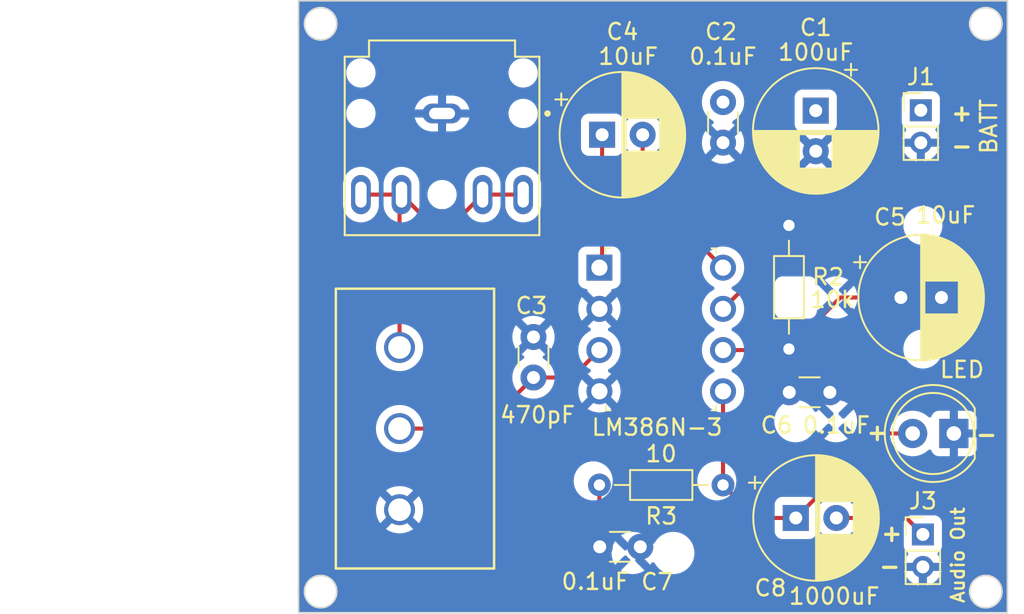
<source format=kicad_pcb>
(kicad_pcb (version 20221018) (generator pcbnew)
  (layers (0 "F.Cu" signal) (31 "B.Cu" signal) (34 "B.Paste" user) (35 "F.Paste" user) (36 "B.SilkS" user "B.Silkscreen") (37 "F.SilkS" user "F.Silkscreen") (38 "B.Mask" user) (39 "F.Mask" user) (44 "Edge.Cuts" user))
  (net 0 "")
  (net 1 "/VCC")
  (net 2 "GND")
  (net 3 "Net-(C3-Pad1)")
  (net 4 "Net-(C4-Pad1)")
  (net 5 "Net-(C4-Pad2)")
  (net 6 "Net-(C5-Pad1)")
  (net 7 "Net-(C7-Pad2)")
  (net 8 "Net-(D1-A)")
  (net 9 "Net-(J3-Pin_1)")
  (net 10 "Net-(J2-Pad2)")
  (net 11 "Net-(U1-BYPASS)")
  (footprint "digikey-footprints:DIP-8_W7.62mm" (layer "F.Cu") (at 142.367 65.979)
    (fp_text reference "U1" hide)
    (fp_text value "LM386N-3_NOPB" hide)
    (fp_text user "LM386N-3" (at 3.556 9.84 unlocked) (layer "F.SilkS"))
    (pad "1" thru_hole rect (at 0 0) (size 1.6 1.6) (drill 1) (layers "*.Cu" "*.Mask") (net 4 "Net-(C4-Pad1)"))
    (pad "2" thru_hole circle (at 0 2.54) (size 1.6 1.6) (drill 1) (layers "*.Cu" "*.Mask") (net 2 "GND"))
    (pad "3" thru_hole circle (at 0 5.08) (size 1.6 1.6) (drill 1) (layers "*.Cu" "*.Mask") (net 3 "Net-(C3-Pad1)"))
    (pad "4" thru_hole circle (at 0 7.62) (size 1.6 1.6) (drill 1) (layers "*.Cu" "*.Mask") (net 2 "GND"))
    (pad "5" thru_hole circle (at 7.62 7.62) (size 1.6 1.6) (drill 1) (layers "*.Cu" "*.Mask") (net 8 "Net-(D1-A)"))
    (pad "6" thru_hole circle (at 7.62 5.08) (size 1.6 1.6) (drill 1) (layers "*.Cu" "*.Mask") (net 1 "/VCC"))
    (pad "7" thru_hole circle (at 7.62 2.54) (size 1.6 1.6) (drill 1) (layers "*.Cu" "*.Mask") (net 11 "Net-(U1-BYPASS)"))
    (pad "8" thru_hole circle (at 7.62 0) (size 1.6 1.6) (drill 1) (layers "*.Cu" "*.Mask") (net 5 "Net-(C4-Pad2)"))
  )
  (footprint "LED_THT:LED_D5.0mm" (layer "F.Cu") (at 164.216 76.2 180)
    (fp_text reference "D1" hide)
    (fp_text value "LED" (at -0.503 3.937) (layer "F.SilkS"))
    (pad "1" thru_hole rect (at 0 0 180) (size 1.8 1.8) (drill 0.9) (layers "*.Cu" "*.Mask") (net 2 "GND"))
    (pad "2" thru_hole circle (at 2.54 0 180) (size 1.8 1.8) (drill 0.9) (layers "*.Cu" "*.Mask") (net 8 "Net-(D1-A)"))
  )
  (footprint "Capacitor_THT:C_Disc_D3.0mm_W1.6mm_P2.50mm" (layer "F.Cu") (at 138.303 72.751 90)
    (fp_text reference "C3" (at 4.425 -0.127 180) (layer "F.SilkS"))
    (fp_text value "470pF" (at -2.306 0.254 180) (layer "F.SilkS"))
    (pad "1" thru_hole circle (at 0 0 90) (size 1.6 1.6) (drill 0.8) (layers "*.Cu" "*.Mask") (net 3 "Net-(C3-Pad1)"))
    (pad "2" thru_hole circle (at 2.5 0 90) (size 1.6 1.6) (drill 0.8) (layers "*.Cu" "*.Mask") (net 2 "GND"))
  )
  (footprint "Capacitor_THT:CP_Radial_D7.5mm_P2.50mm" (layer "F.Cu") (at 155.702 56.301 -90)
    (fp_text reference "C1" (at -5.12 0 -180) (layer "F.SilkS"))
    (fp_text value "100uF" (at -3.596 0 -180) (layer "F.SilkS"))
    (pad "1" thru_hole rect (at 0 0 270) (size 1.6 1.6) (drill 0.8) (layers "*.Cu" "*.Mask") (net 1 "/VCC"))
    (pad "2" thru_hole circle (at 2.5 0 270) (size 1.6 1.6) (drill 0.8) (layers "*.Cu" "*.Mask") (net 2 "GND"))
  )
  (footprint "Capacitor_THT:C_Disc_D3.0mm_W1.6mm_P2.50mm" (layer "F.Cu") (at 144.887 83.185 180)
    (fp_text reference "C7" (at -1.036 -2.159) (layer "F.SilkS"))
    (fp_text value "0.1uF" (at 2.774 -2.141) (layer "F.SilkS"))
    (pad "1" thru_hole circle (at 0 0 180) (size 1.6 1.6) (drill 0.8) (layers "*.Cu" "*.Mask") (net 2 "GND"))
    (pad "2" thru_hole circle (at 2.5 0 180) (size 1.6 1.6) (drill 0.8) (layers "*.Cu" "*.Mask") (net 7 "Net-(C7-Pad2)"))
  )
  (footprint "Capacitor_THT:C_Disc_D3.0mm_W1.6mm_P2.50mm" (layer "F.Cu") (at 156.571 73.66 180)
    (fp_text reference "C6" (at 3.282 -2.032) (layer "F.SilkS"))
    (fp_text value "0.1uF" (at -0.401 -2.032) (layer "F.SilkS"))
    (pad "1" thru_hole circle (at 0 0 180) (size 1.6 1.6) (drill 0.8) (layers "*.Cu" "*.Mask") (net 2 "GND"))
    (pad "2" thru_hole circle (at 2.5 0 180) (size 1.6 1.6) (drill 0.8) (layers "*.Cu" "*.Mask") (net 1 "/VCC"))
  )
  (footprint "Connector_PinHeader_2.00mm:PinHeader_1x02_P2.00mm_Vertical" (layer "F.Cu") (at 162.306 82.423)
    (fp_text reference "J3" (at 0 -2.06) (layer "F.SilkS"))
    (fp_text value "Conn_01x02_Pin")
    (fp_text user "Audio Out" (at 2.159 1.27 90 unlocked) (layer "F.SilkS") (effects (font (size 0.8 0.8))))
    (pad "1" thru_hole rect (at 0 0) (size 1.35 1.35) (drill 0.8) (layers "*.Cu" "*.Mask") (net 9 "Net-(J3-Pin_1)"))
    (pad "2" thru_hole oval (at 0 2) (size 1.35 1.35) (drill 0.8) (layers "*.Cu" "*.Mask") (net 2 "GND"))
  )
  (footprint "Capacitor_THT:CP_Radial_D7.5mm_P2.50mm" (layer "F.Cu") (at 160.949 67.818)
    (fp_text reference "C5" (at -0.675 -4.953) (layer "F.SilkS"))
    (fp_text value "10uF" (at 2.754 -5.08) (layer "F.SilkS"))
    (pad "1" thru_hole rect (at 0 0) (size 1.6 1.6) (drill 0.8) (layers "*.Cu" "*.Mask") (net 6 "Net-(C5-Pad1)"))
    (pad "2" thru_hole circle (at 2.5 0) (size 1.6 1.6) (drill 0.8) (layers "*.Cu" "*.Mask") (net 2 "GND"))
  )
  (footprint "Capacitor_THT:C_Disc_D3.0mm_W1.6mm_P2.50mm" (layer "F.Cu") (at 149.987 55.773 -90)
    (fp_text reference "C2" (at -4.338 0.127) (layer "F.SilkS"))
    (fp_text value "0.1uF" (at -2.814 0 -180) (layer "F.SilkS"))
    (pad "1" thru_hole circle (at 0 0 270) (size 1.6 1.6) (drill 0.8) (layers "*.Cu" "*.Mask") (net 1 "/VCC"))
    (pad "2" thru_hole circle (at 2.5 0 270) (size 1.6 1.6) (drill 0.8) (layers "*.Cu" "*.Mask") (net 2 "GND"))
  )
  (footprint "Potentio_P160N:POT_P160KN_F20_TTE" (layer "F.Cu") (at 130.048 70.899 -90)
    (fp_text reference "R1")
    (fp_text value "P160KN")
    (pad "1" thru_hole circle (at 0 0 270) (size 1.905 1.905) (drill 1.397) (layers "*.Cu" "*.Mask") (net 10 "Net-(J2-Pad2)"))
    (pad "2" thru_hole circle (at 5 0 270) (size 1.905 1.905) (drill 1.397) (layers "*.Cu" "*.Mask") (net 3 "Net-(C3-Pad1)"))
    (pad "3" thru_hole circle (at 10 0 270) (size 1.905 1.905) (drill 1.397) (layers "*.Cu" "*.Mask") (net 2 "GND"))
  )
  (footprint "StereoJack:CLIFF_FC68133" (layer "F.Cu") (at 132.668 56.475 -90)
    (fp_text reference "J2" hide)
    (fp_text value "FC68133")
    (pad "" np_thru_hole circle (at -2.5 -5 270) (size 1.3 1.3) (drill 1.3) (layers "*.Cu" "*.Mask"))
    (pad "" np_thru_hole circle (at -2.5 5 270) (size 1.3 1.3) (drill 1.3) (layers "*.Cu" "*.Mask"))
    (pad "" np_thru_hole circle (at 0 -5 270) (size 1.3 1.3) (drill 1.3) (layers "*.Cu" "*.Mask"))
    (pad "" np_thru_hole circle (at 0 5 270) (size 1.3 1.3) (drill 1.3) (layers "*.Cu" "*.Mask"))
    (pad "" np_thru_hole circle (at 5 0 270) (size 1.3 1.3) (drill 1.3) (layers "*.Cu" "*.Mask"))
    (pad "1" thru_hole oval (at 0 0 270) (size 1.208 2.416) (drill oval 0.7 1.6) (layers "*.Cu" "*.Mask") (net 2 "GND"))
    (pad "2" thru_hole oval (at 5 -5 270) (size 2.416 1.208) (drill oval 1.6 0.7) (layers "*.Cu" "*.Mask") (net 10 "Net-(J2-Pad2)"))
    (pad "3" thru_hole oval (at 5 -2.5 270) (size 2.416 1.208) (drill oval 1.6 0.7) (layers "*.Cu" "*.Mask") (net 10 "Net-(J2-Pad2)"))
    (pad "4" thru_hole oval (at 5 2.5 270) (size 2.416 1.208) (drill oval 1.6 0.7) (layers "*.Cu" "*.Mask") (net 10 "Net-(J2-Pad2)"))
    (pad "5" thru_hole oval (at 5 5 270) (size 2.416 1.208) (drill oval 1.6 0.7) (layers "*.Cu" "*.Mask") (net 10 "Net-(J2-Pad2)"))
  )
  (footprint "Capacitor_THT:CP_Radial_D7.5mm_P2.50mm" (layer "F.Cu") (at 142.534 57.785)
    (fp_text reference "C4" (at 1.25 -6.35) (layer "F.SilkS"))
    (fp_text value "10uF" (at 1.611 -4.826) (layer "F.SilkS"))
    (pad "1" thru_hole rect (at 0 0) (size 1.6 1.6) (drill 0.8) (layers "*.Cu" "*.Mask") (net 4 "Net-(C4-Pad1)"))
    (pad "2" thru_hole circle (at 2.5 0) (size 1.6 1.6) (drill 0.8) (layers "*.Cu" "*.Mask") (net 5 "Net-(C4-Pad2)"))
  )
  (footprint "Resistor_THT:R_Axial_DIN0204_L3.6mm_D1.6mm_P7.62mm_Horizontal" (layer "F.Cu") (at 149.987 79.375 180)
    (fp_text reference "R3" (at 3.81 -1.92) (layer "F.SilkS"))
    (fp_text value "10" (at 3.81 1.92) (layer "F.SilkS"))
    (pad "1" thru_hole circle (at 0 0 180) (size 1.4 1.4) (drill 0.7) (layers "*.Cu" "*.Mask") (net 8 "Net-(D1-A)"))
    (pad "2" thru_hole oval (at 7.62 0 180) (size 1.4 1.4) (drill 0.7) (layers "*.Cu" "*.Mask") (net 7 "Net-(C7-Pad2)"))
  )
  (footprint "Resistor_THT:R_Axial_DIN0204_L3.6mm_D1.6mm_P7.62mm_Horizontal" (layer "F.Cu") (at 154.051 63.373 -90)
    (fp_text reference "R2" (at 3.175 -2.413 -180) (layer "F.SilkS"))
    (fp_text value "10k" (at 4.572 -2.667 -180) (layer "F.SilkS"))
    (pad "1" thru_hole circle (at 0 0 270) (size 1.4 1.4) (drill 0.7) (layers "*.Cu" "*.Mask") (net 11 "Net-(U1-BYPASS)"))
    (pad "2" thru_hole oval (at 7.62 0 270) (size 1.4 1.4) (drill 0.7) (layers "*.Cu" "*.Mask") (net 6 "Net-(C5-Pad1)"))
  )
  (footprint "Connector_PinHeader_2.00mm:PinHeader_1x02_P2.00mm_Vertical" (layer "F.Cu") (at 162.179 56.277)
    (fp_text reference "J1" (at 0 -2.06) (layer "F.SilkS"))
    (fp_text value "Conn_01x02_Pin" hide)
    (fp_text user "BATT" (at 4.191 1 90 unlocked) (layer "F.SilkS"))
    (pad "1" thru_hole rect (at 0 0) (size 1.35 1.35) (drill 0.8) (layers "*.Cu" "*.Mask") (net 1 "/VCC"))
    (pad "2" thru_hole oval (at 0 2) (size 1.35 1.35) (drill 0.8) (layers "*.Cu" "*.Mask") (net 2 "GND"))
  )
  (footprint "Capacitor_THT:CP_Radial_D7.5mm_P2.50mm" (layer "F.Cu") (at 154.472 81.407)
    (fp_text reference "C8" (at -1.564 4.318) (layer "F.SilkS"))
    (fp_text value "1000uF" (at 2.373 4.826) (layer "F.SilkS"))
    (pad "1" thru_hole rect (at 0 0) (size 1.6 1.6) (drill 0.8) (layers "*.Cu" "*.Mask") (net 8 "Net-(D1-A)"))
    (pad "2" thru_hole circle (at 2.5 0) (size 1.6 1.6) (drill 0.8) (layers "*.Cu" "*.Mask") (net 9 "Net-(J3-Pin_1)"))
  )
  (gr_circle (center 166.185 85.946) (end 167.185 85.946) (stroke (width 0.1)) (fill none) (layer "Edge.Cuts"))
  (gr_circle (center 166.185 50.946) (end 167.185 50.946) (stroke (width 0.1)) (fill none) (layer "Edge.Cuts"))
  (gr_circle (center 125.185 85.946) (end 126.185 85.946) (stroke (width 0.1)) (fill none) (layer "Edge.Cuts"))
  (gr_rect (start 123.825 49.53) (end 167.513 87.249) (stroke (width 0.1)) (fill none) (layer "Edge.Cuts"))
  (gr_circle (center 125.185 50.946) (end 126.185 50.946) (stroke (width 0.1)) (fill none) (layer "Edge.Cuts"))
  (gr_text "-\n" (at 165.481 76.835) (layer "F.SilkS") (effects (font (size 1 1) (thickness 0.2) bold) (justify left bottom)))
  (gr_text "-\n" (at 159.512 84.963) (layer "F.SilkS") (effects (font (size 1 1) (thickness 0.2) bold) (justify left bottom)))
  (gr_text "+" (at 163.957 57.023) (layer "F.SilkS") (effects (font (size 1 1) (thickness 0.2) bold) (justify left bottom)))
  (gr_text "+" (at 159.639 82.931) (layer "F.SilkS") (effects (font (size 1 1) (thickness 0.2) bold) (justify left bottom)))
  (gr_text "+" (at 158.75 76.708) (layer "F.SilkS") (effects (font (size 1 1) (thickness 0.2) bold) (justify left bottom)))
  (gr_text "-\n" (at 163.957 59.055) (layer "F.SilkS") (effects (font (size 1 1) (thickness 0.2) bold) (justify left bottom)))
  (segment (start 149.987 71.059) (end 151.47 71.059) (width 0.25) (layer "F.Cu") (net 1))
  (segment (start 151.47 71.059) (end 154.071 73.66) (width 0.25) (layer "F.Cu") (net 1))
  (segment (start 135.155 75.899) (end 138.303 72.751) (width 0.25) (layer "F.Cu") (net 3))
  (segment (start 130.048 75.899) (end 135.155 75.899) (width 0.25) (layer "F.Cu") (net 3))
  (segment (start 140.675 72.751) (end 142.367 71.059) (width 0.25) (layer "F.Cu") (net 3))
  (segment (start 138.303 72.751) (end 140.675 72.751) (width 0.25) (layer "F.Cu") (net 3))
  (segment (start 142.534 65.812) (end 142.367 65.979) (width 0.25) (layer "F.Cu") (net 4))
  (segment (start 142.534 57.785) (end 142.534 65.812) (width 0.25) (layer "F.Cu") (net 4))
  (segment (start 145.034 61.026) (end 149.987 65.979) (width 0.25) (layer "F.Cu") (net 5))
  (segment (start 145.034 57.785) (end 145.034 61.026) (width 0.25) (layer "F.Cu") (net 5))
  (segment (start 154.051 70.993) (end 157.226 67.818) (width 0.25) (layer "F.Cu") (net 6))
  (segment (start 157.226 67.818) (end 160.949 67.818) (width 0.25) (layer "F.Cu") (net 6))
  (segment (start 142.367 83.165) (end 142.387 83.185) (width 0.25) (layer "F.Cu") (net 7))
  (segment (start 142.367 79.375) (end 142.367 83.165) (width 0.25) (layer "F.Cu") (net 7))
  (segment (start 154.472 81.407) (end 159.679 76.2) (width 0.25) (layer "F.Cu") (net 8))
  (segment (start 149.987 79.375) (end 152.019 81.407) (width 0.25) (layer "F.Cu") (net 8))
  (segment (start 149.987 73.599) (end 149.987 79.375) (width 0.25) (layer "F.Cu") (net 8))
  (segment (start 159.679 76.2) (end 161.676 76.2) (width 0.25) (layer "F.Cu") (net 8))
  (segment (start 152.019 81.407) (end 154.472 81.407) (width 0.25) (layer "F.Cu") (net 8))
  (segment (start 161.29 81.407) (end 162.306 82.423) (width 0.25) (layer "F.Cu") (net 9))
  (segment (start 156.972 81.407) (end 161.29 81.407) (width 0.25) (layer "F.Cu") (net 9))
  (segment (start 131.193 62.5) (end 134.143 62.5) (width 0.25) (layer "F.Cu") (net 10))
  (segment (start 127.668 61.475) (end 130.168 61.475) (width 0.25) (layer "F.Cu") (net 10))
  (segment (start 130.048 61.595) (end 130.168 61.475) (width 0.25) (layer "F.Cu") (net 10))
  (segment (start 135.168 61.475) (end 137.668 61.475) (width 0.25) (layer "F.Cu") (net 10))
  (segment (start 130.048 70.899) (end 130.048 61.595) (width 0.25) (layer "F.Cu") (net 10))
  (segment (start 134.143 62.5) (end 135.168 61.475) (width 0.25) (layer "F.Cu") (net 10))
  (segment (start 130.168 61.475) (end 131.193 62.5) (width 0.25) (layer "F.Cu") (net 10))
  (segment (start 154.051 64.455) (end 154.051 63.373) (width 0.25) (layer "F.Cu") (net 11))
  (segment (start 149.987 68.519) (end 154.051 64.455) (width 0.25) (layer "F.Cu") (net 11))
  (zone (net 2) (net_name "GND") (layer "B.Cu") (connect_pads (clearance 0.5)) (min_thickness 0.25) (fill yes (thermal_gap 0.5) (thermal_bridge_width 0.5))
    (polygon (pts (xy 123.825 49.53) (xy 167.513 49.53) (xy 167.513 87.249) (xy 123.825 87.249)))
  )
)
</source>
